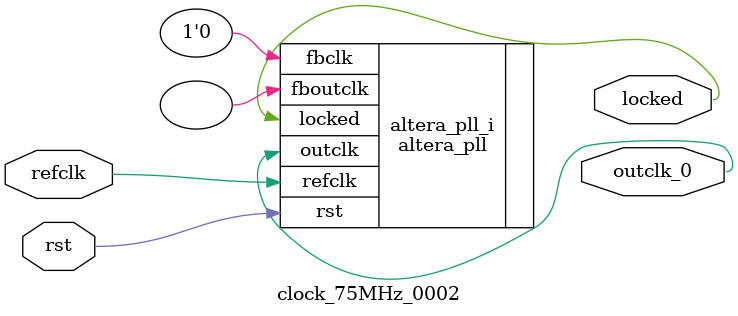
<source format=v>
`timescale 1ns/10ps
module  clock_75MHz_0002(

	// interface 'refclk'
	input wire refclk,

	// interface 'reset'
	input wire rst,

	// interface 'outclk0'
	output wire outclk_0,

	// interface 'locked'
	output wire locked
);

	altera_pll #(
		.fractional_vco_multiplier("false"),
		.reference_clock_frequency("50.0 MHz"),
		.operation_mode("direct"),
		.number_of_clocks(1),
		.output_clock_frequency0("75.000000 MHz"),
		.phase_shift0("0 ps"),
		.duty_cycle0(50),
		.output_clock_frequency1("0 MHz"),
		.phase_shift1("0 ps"),
		.duty_cycle1(50),
		.output_clock_frequency2("0 MHz"),
		.phase_shift2("0 ps"),
		.duty_cycle2(50),
		.output_clock_frequency3("0 MHz"),
		.phase_shift3("0 ps"),
		.duty_cycle3(50),
		.output_clock_frequency4("0 MHz"),
		.phase_shift4("0 ps"),
		.duty_cycle4(50),
		.output_clock_frequency5("0 MHz"),
		.phase_shift5("0 ps"),
		.duty_cycle5(50),
		.output_clock_frequency6("0 MHz"),
		.phase_shift6("0 ps"),
		.duty_cycle6(50),
		.output_clock_frequency7("0 MHz"),
		.phase_shift7("0 ps"),
		.duty_cycle7(50),
		.output_clock_frequency8("0 MHz"),
		.phase_shift8("0 ps"),
		.duty_cycle8(50),
		.output_clock_frequency9("0 MHz"),
		.phase_shift9("0 ps"),
		.duty_cycle9(50),
		.output_clock_frequency10("0 MHz"),
		.phase_shift10("0 ps"),
		.duty_cycle10(50),
		.output_clock_frequency11("0 MHz"),
		.phase_shift11("0 ps"),
		.duty_cycle11(50),
		.output_clock_frequency12("0 MHz"),
		.phase_shift12("0 ps"),
		.duty_cycle12(50),
		.output_clock_frequency13("0 MHz"),
		.phase_shift13("0 ps"),
		.duty_cycle13(50),
		.output_clock_frequency14("0 MHz"),
		.phase_shift14("0 ps"),
		.duty_cycle14(50),
		.output_clock_frequency15("0 MHz"),
		.phase_shift15("0 ps"),
		.duty_cycle15(50),
		.output_clock_frequency16("0 MHz"),
		.phase_shift16("0 ps"),
		.duty_cycle16(50),
		.output_clock_frequency17("0 MHz"),
		.phase_shift17("0 ps"),
		.duty_cycle17(50),
		.pll_type("General"),
		.pll_subtype("General")
	) altera_pll_i (
		.rst	(rst),
		.outclk	({outclk_0}),
		.locked	(locked),
		.fboutclk	( ),
		.fbclk	(1'b0),
		.refclk	(refclk)
	);
endmodule


</source>
